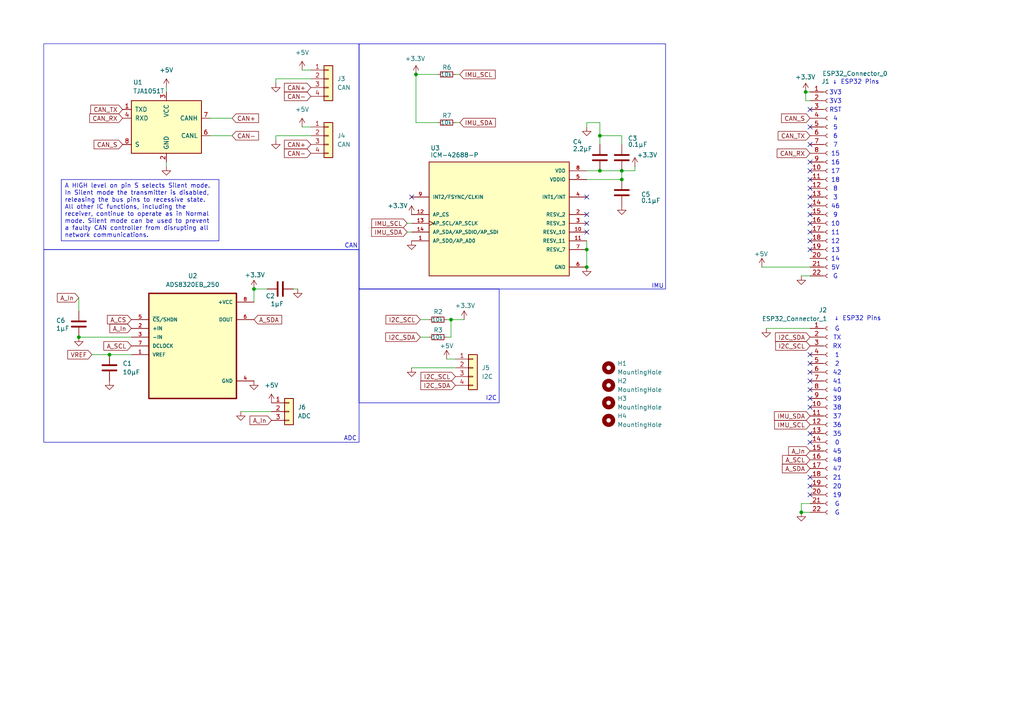
<source format=kicad_sch>
(kicad_sch (version 20231120) (generator "eeschema") (generator_version "8.0")
  (paper "A4")
  (title_block (title "SSS_HAT") (date "2024-10-24") (rev "1.0") (company "Dallas Formula Racing") (comment 1 "By: Will Everson"))
  (lib_symbols
    (symbol "+5V_1" (power) (pin_numbers hide) (pin_names (offset 0) hide)
      (property "Value" "+5V" (at 0 3.556 0))
      (symbol "+5V_1_0_1"
        (polyline (pts (xy -0.762 1.27) (xy 0 2.54)))
        (polyline (pts (xy 0 0) (xy 0 2.54)))
        (polyline (pts (xy 0 2.54) (xy 0.762 1.27)))
      )
      (symbol "+5V_1_1_1"
        (pin power_in line (at 0 0 90) (length 0) (name "~") (number "1"))
      )
    )
    (symbol "ADS8320EB:ADS8320EB_250" (pin_names (offset 1.016))
      (property "Reference" "U" (at -12.7 16.24 0))
      (property "Value" "ADS8320EB_250" (at -12.7 -19.24 0))
      (symbol "ADS8320EB_250_0_0"
        (rectangle (start -12.7 -15.24) (end 12.7 15.24) (stroke (width 0.41)) (fill (type background)))
        (pin input line (at -17.78 -2.54 0) (length 5.08) (name "VREF") (number "1"))
        (pin input line (at -17.78 5.08 0) (length 5.08) (name "+IN") (number "2"))
        (pin input line (at -17.78 2.54 0) (length 5.08) (name "-IN") (number "3"))
        (pin power_in line (at 17.78 -10.16 180) (length 5.08) (name "GND") (number "4"))
        (pin input line (at -17.78 7.62 0) (length 5.08) (name "~{CS}/SHDN") (number "5"))
        (pin output line (at 17.78 7.62 180) (length 5.08) (name "DOUT") (number "6"))
        (pin input line (at -17.78 0 0) (length 5.08) (name "DCLOCK") (number "7"))
        (pin power_in line (at 17.78 12.7 180) (length 5.08) (name "+VCC") (number "8"))
      )
    )
    (symbol "Connector:Conn_01x22_Socket" (pin_names (offset 1.016) hide)
      (property "Reference" "J" (at 0 27.94 0))
      (property "Value" "Conn_01x22_Socket" (at 0 -30.48 0))
      (symbol "Conn_01x22_Socket_1_1"
        (arc (start 0 -27.432) (mid -0.5058 -27.94) (end 0 -28.448) (stroke (width 0.1524)))
        (arc (start 0 -24.892) (mid -0.5058 -25.4) (end 0 -25.908) (stroke (width 0.1524)))
        (arc (start 0 -22.352) (mid -0.5058 -22.86) (end 0 -23.368) (stroke (width 0.1524)))
        (arc (start 0 -19.812) (mid -0.5058 -20.32) (end 0 -20.828) (stroke (width 0.1524)))
        (arc (start 0 -17.272) (mid -0.5058 -17.78) (end 0 -18.288) (stroke (width 0.1524)))
        (arc (start 0 -14.732) (mid -0.5058 -15.24) (end 0 -15.748) (stroke (width 0.1524)))
        (arc (start 0 -12.192) (mid -0.5058 -12.7) (end 0 -13.208) (stroke (width 0.1524)))
        (arc (start 0 -9.652) (mid -0.5058 -10.16) (end 0 -10.668) (stroke (width 0.1524)))
        (arc (start 0 -7.112) (mid -0.5058 -7.62) (end 0 -8.128) (stroke (width 0.1524)))
        (arc (start 0 -4.572) (mid -0.5058 -5.08) (end 0 -5.588) (stroke (width 0.1524)))
        (arc (start 0 -2.032) (mid -0.5058 -2.54) (end 0 -3.048) (stroke (width 0.1524)))
        (polyline (pts (xy -1.27 -27.94) (xy -0.508 -27.94)) (stroke (width 0.1524)))
        (polyline (pts (xy -1.27 -25.4) (xy -0.508 -25.4)) (stroke (width 0.1524)))
        (polyline (pts (xy -1.27 -22.86) (xy -0.508 -22.86)) (stroke (width 0.1524)))
        (polyline (pts (xy -1.27 -20.32) (xy -0.508 -20.32)) (stroke (width 0.1524)))
        (polyline (pts (xy -1.27 -17.78) (xy -0.508 -17.78)) (stroke (width 0.1524)))
        (polyline (pts (xy -1.27 -15.24) (xy -0.508 -15.24)) (stroke (width 0.1524)))
        (polyline (pts (xy -1.27 -12.7) (xy -0.508 -12.7)) (stroke (width 0.1524)))
        (polyline (pts (xy -1.27 -10.16) (xy -0.508 -10.16)) (stroke (width 0.1524)))
        (polyline (pts (xy -1.27 -7.62) (xy -0.508 -7.62)) (stroke (width 0.1524)))
        (polyline (pts (xy -1.27 -5.08) (xy -0.508 -5.08)) (stroke (width 0.1524)))
        (polyline (pts (xy -1.27 -2.54) (xy -0.508 -2.54)) (stroke (width 0.1524)))
        (polyline (pts (xy -1.27 0) (xy -0.508 0)) (stroke (width 0.1524)))
        (polyline (pts (xy -1.27 2.54) (xy -0.508 2.54)) (stroke (width 0.1524)))
        (polyline (pts (xy -1.27 5.08) (xy -0.508 5.08)) (stroke (width 0.1524)))
        (polyline (pts (xy -1.27 7.62) (xy -0.508 7.62)) (stroke (width 0.1524)))
        (polyline (pts (xy -1.27 10.16) (xy -0.508 10.16)) (stroke (width 0.1524)))
        (polyline (pts (xy -1.27 12.7) (xy -0.508 12.7)) (stroke (width 0.1524)))
        (polyline (pts (xy -1.27 15.24) (xy -0.508 15.24)) (stroke (width 0.1524)))
        (polyline (pts (xy -1.27 17.78) (xy -0.508 17.78)) (stroke (width 0.1524)))
        (polyline (pts (xy -1.27 20.32) (xy -0.508 20.32)) (stroke (width 0.1524)))
        (polyline (pts (xy -1.27 22.86) (xy -0.508 22.86)) (stroke (width 0.1524)))
        (polyline (pts (xy -1.27 25.4) (xy -0.508 25.4)) (stroke (width 0.1524)))
        (arc (start 0 0.508) (mid -0.5058 0) (end 0 -0.508) (stroke (width 0.1524)))
        (arc (start 0 3.048) (mid -0.5058 2.54) (end 0 2.032) (stroke (width 0.1524)))
        (arc (start 0 5.588) (mid -0.5058 5.08) (end 0 4.572) (stroke (width 0.1524)))
        (arc (start 0 8.128) (mid -0.5058 7.62) (end 0 7.112) (stroke (width 0.1524)))
        (arc (start 0 10.668) (mid -0.5058 10.16) (end 0 9.652) (stroke (width 0.1524)))
        (arc (start 0 13.208) (mid -0.5058 12.7) (end 0 12.192) (stroke (width 0.1524)))
        (arc (start 0 15.748) (mid -0.5058 15.24) (end 0 14.732) (stroke (width 0.1524)))
        (arc (start 0 18.288) (mid -0.5058 17.78) (end 0 17.272) (stroke (width 0.1524)))
        (arc (start 0 20.828) (mid -0.5058 20.32) (end 0 19.812) (stroke (width 0.1524)))
        (arc (start 0 23.368) (mid -0.5058 22.86) (end 0 22.352) (stroke (width 0.1524)))
        (arc (start 0 25.908) (mid -0.5058 25.4) (end 0 24.892) (stroke (width 0.1524)))
        (pin passive line (at -5.08 25.4 0) (length 3.81) (name "Pin_1") (number "1"))
        (pin passive line (at -5.08 2.54 0) (length 3.81) (name "Pin_10") (number "10"))
        (pin passive line (at -5.08 0 0) (length 3.81) (name "Pin_11") (number "11"))
        (pin passive line (at -5.08 -2.54 0) (length 3.81) (name "Pin_12") (number "12"))
        (pin passive line (at -5.08 -5.08 0) (length 3.81) (name "Pin_13") (number "13"))
        (pin passive line (at -5.08 -7.62 0) (length 3.81) (name "Pin_14") (number "14"))
        (pin passive line (at -5.08 -10.16 0) (length 3.81) (name "Pin_15") (number "15"))
        (pin passive line (at -5.08 -12.7 0) (length 3.81) (name "Pin_16") (number "16"))
        (pin passive line (at -5.08 -15.24 0) (length 3.81) (name "Pin_17") (number "17"))
        (pin passive line (at -5.08 -17.78 0) (length 3.81) (name "Pin_18") (number "18"))
        (pin passive line (at -5.08 -20.32 0) (length 3.81) (name "Pin_19") (number "19"))
        (pin passive line (at -5.08 22.86 0) (length 3.81) (name "Pin_2") (number "2"))
        (pin passive line (at -5.08 -22.86 0) (length 3.81) (name "Pin_20") (number "20"))
        (pin passive line (at -5.08 -25.4 0) (length 3.81) (name "Pin_21") (number "21"))
        (pin passive line (at -5.08 -27.94 0) (length 3.81) (name "Pin_22") (number "22"))
        (pin passive line (at -5.08 20.32 0) (length 3.81) (name "Pin_3") (number "3"))
        (pin passive line (at -5.08 17.78 0) (length 3.81) (name "Pin_4") (number "4"))
        (pin passive line (at -5.08 15.24 0) (length 3.81) (name "Pin_5") (number "5"))
        (pin passive line (at -5.08 12.7 0) (length 3.81) (name "Pin_6") (number "6"))
        (pin passive line (at -5.08 10.16 0) (length 3.81) (name "Pin_7") (number "7"))
        (pin passive line (at -5.08 7.62 0) (length 3.81) (name "Pin_8") (number "8"))
        (pin passive line (at -5.08 5.08 0) (length 3.81) (name "Pin_9") (number "9"))
      )
    )
    (symbol "Connector_Generic:Conn_01x03" (pin_names (offset 1.016) hide)
      (property "Reference" "J" (at 0 5.08 0))
      (property "Value" "Conn_01x03" (at 0 -5.08 0))
      (symbol "Conn_01x03_1_1"
        (rectangle (start -1.27 -2.413) (end 0 -2.667) (stroke (width 0.1524)))
        (rectangle (start -1.27 0.127) (end 0 -0.127) (stroke (width 0.1524)))
        (rectangle (start -1.27 2.667) (end 0 2.413) (stroke (width 0.1524)))
        (rectangle (start -1.27 3.81) (end 1.27 -3.81) (stroke (width 0.254)) (fill (type background)))
        (pin passive line (at -5.08 2.54 0) (length 3.81) (name "Pin_1") (number "1"))
        (pin passive line (at -5.08 0 0) (length 3.81) (name "Pin_2") (number "2"))
        (pin passive line (at -5.08 -2.54 0) (length 3.81) (name "Pin_3") (number "3"))
      )
    )
    (symbol "Connector_Generic:Conn_01x04" (pin_names (offset 1.016) hide)
      (property "Reference" "J" (at 0 5.08 0))
      (property "Value" "Conn_01x04" (at 0 -7.62 0))
      (symbol "Conn_01x04_1_1"
        (rectangle (start -1.27 -4.953) (end 0 -5.207) (stroke (width 0.1524)))
        (rectangle (start -1.27 -2.413) (end 0 -2.667) (stroke (width 0.1524)))
        (rectangle (start -1.27 0.127) (end 0 -0.127) (stroke (width 0.1524)))
        (rectangle (start -1.27 2.667) (end 0 2.413) (stroke (width 0.1524)))
        (rectangle (start -1.27 3.81) (end 1.27 -6.35) (stroke (width 0.254)) (fill (type background)))
        (pin passive line (at -5.08 2.54 0) (length 3.81) (name "Pin_1") (number "1"))
        (pin passive line (at -5.08 0 0) (length 3.81) (name "Pin_2") (number "2"))
        (pin passive line (at -5.08 -2.54 0) (length 3.81) (name "Pin_3") (number "3"))
        (pin passive line (at -5.08 -5.08 0) (length 3.81) (name "Pin_4") (number "4"))
      )
    )
    (symbol "Device:C" (pin_numbers hide) (pin_names (offset 0.254))
      (property "Reference" "C" (at 0.635 2.54 0))
      (property "Value" "C" (at 0.635 -2.54 0))
      (symbol "C_0_1"
        (polyline (pts (xy -2.032 -0.762) (xy 2.032 -0.762)) (stroke (width 0.508)))
        (polyline (pts (xy -2.032 0.762) (xy 2.032 0.762)) (stroke (width 0.508)))
      )
      (symbol "C_1_1"
        (pin passive line (at 0 3.81 270) (length 2.794) (name "~") (number "1"))
        (pin passive line (at 0 -3.81 90) (length 2.794) (name "~") (number "2"))
      )
    )
    (symbol "Device:R_Small" (pin_numbers hide) (pin_names (offset 0.254) hide)
      (property "Reference" "R" (at 0.762 0.508 0))
      (property "Value" "R_Small" (at 0.762 -1.016 0))
      (symbol "R_Small_0_1"
        (rectangle (start -0.762 1.778) (end 0.762 -1.778) (stroke (width 0.2032)))
      )
      (symbol "R_Small_1_1"
        (pin passive line (at 0 2.54 270) (length 0.762) (name "~") (number "1"))
        (pin passive line (at 0 -2.54 90) (length 0.762) (name "~") (number "2"))
      )
    )
    (symbol "ICM-42688-P:ICM-42688-P" (pin_names (offset 1.016))
      (property "Reference" "U" (at -20.32 16.002 0))
      (property "Value" "ICM-42688-P" (at -20.32 -20.32 0))
      (symbol "ICM-42688-P_0_0"
        (rectangle (start -20.32 -17.78) (end 20.32 15.24) (stroke (width 0.254)) (fill (type background)))
        (pin bidirectional line (at -25.4 -7.62 0) (length 5.08) (name "AP_SDO/AP_AD0") (number "1"))
        (pin passive line (at 25.4 -5.08 180) (length 5.08) (name "RESV_10") (number "10"))
        (pin passive line (at 25.4 -7.62 180) (length 5.08) (name "RESV_11") (number "11"))
        (pin input line (at -25.4 0 0) (length 5.08) (name "AP_CS") (number "12"))
        (pin input clock (at -25.4 -2.54 0) (length 5.08) (name "AP_SCL/AP_SCLK") (number "13"))
        (pin bidirectional line (at -25.4 -5.08 0) (length 5.08) (name "AP_SDA/AP_SDIO/AP_SDI") (number "14"))
        (pin passive line (at 25.4 0 180) (length 5.08) (name "RESV_2") (number "2"))
        (pin passive line (at 25.4 -2.54 180) (length 5.08) (name "RESV_3") (number "3"))
        (pin output line (at 25.4 5.08 180) (length 5.08) (name "INT1/INT") (number "4"))
        (pin power_in line (at 25.4 10.16 180) (length 5.08) (name "VDDIO") (number "5"))
        (pin power_in line (at 25.4 -15.24 180) (length 5.08) (name "GND") (number "6"))
        (pin passive line (at 25.4 -10.16 180) (length 5.08) (name "RESV_7") (number "7"))
        (pin power_in line (at 25.4 12.7 180) (length 5.08) (name "VDD") (number "8"))
        (pin bidirectional line (at -25.4 5.08 0) (length 5.08) (name "INT2/FSYNC/CLKIN") (number "9"))
      )
    )
    (symbol "Interface_CAN_LIN:TJA1051T" (pin_names (offset 1.016))
      (property "Reference" "U" (at -10.16 8.89 0))
      (property "Value" "TJA1051T" (at 1.27 8.89 0))
      (symbol "TJA1051T_0_1"
        (rectangle (start -10.16 7.62) (end 10.16 -7.62) (stroke (width 0.254)) (fill (type background)))
      )
      (symbol "TJA1051T_1_1"
        (pin input line (at -12.7 5.08 0) (length 2.54) (name "TXD") (number "1"))
        (pin power_in line (at 0 -10.16 90) (length 2.54) (name "GND") (number "2"))
        (pin power_in line (at 0 10.16 270) (length 2.54) (name "VCC") (number "3"))
        (pin output line (at -12.7 2.54 0) (length 2.54) (name "RXD") (number "4"))
        (pin no_connect line (at -10.16 -2.54 0) (length 2.54) hide (name "NC") (number "5"))
        (pin bidirectional line (at 12.7 -2.54 180) (length 2.54) (name "CANL") (number "6"))
        (pin bidirectional line (at 12.7 2.54 180) (length 2.54) (name "CANH") (number "7"))
        (pin input line (at -12.7 -5.08 0) (length 2.54) (name "S") (number "8"))
      )
    )
    (symbol "Mechanical:MountingHole" (pin_names (offset 1.016)) (exclude_from_sim yes) (in_bom no)
      (property "Reference" "H" (at 0 5.08 0))
      (property "Value" "MountingHole" (at 0 3.175 0))
      (symbol "MountingHole_0_1"
        (circle (center 0 0) (radius 1.27) (stroke (width 1.27)))
      )
    )
    (symbol "power:+3.3V" (power) (pin_numbers hide) (pin_names (offset 0) hide)
      (property "Value" "+3.3V" (at 0 3.556 0))
      (symbol "+3.3V_0_1"
        (polyline (pts (xy -0.762 1.27) (xy 0 2.54)))
        (polyline (pts (xy 0 0) (xy 0 2.54)))
        (polyline (pts (xy 0 2.54) (xy 0.762 1.27)))
      )
      (symbol "+3.3V_1_1"
        (pin power_in line (at 0 0 90) (length 0) (name "~") (number "1"))
      )
    )
    (symbol "power:+5V" (power) (pin_names (offset 0))
      (property "Value" "+5V" (at 0 3.556 0))
      (symbol "+5V_0_1"
        (polyline (pts (xy -0.762 1.27) (xy 0 2.54)))
        (polyline (pts (xy 0 0) (xy 0 2.54)))
        (polyline (pts (xy 0 2.54) (xy 0.762 1.27)))
      )
      (symbol "+5V_1_1"
        (pin power_in line (at 0 0 90) (length 0) hide (name "+5V") (number "1"))
      )
    )
    (symbol "power:GND" (power) (pin_names (offset 0))
      (property "Value" "GND" (at 0 -3.81 0))
      (symbol "GND_0_1"
        (polyline (pts (xy 0 0) (xy 0 -1.27) (xy 1.27 -1.27) (xy 0 -2.54) (xy -1.27 -1.27) (xy 0 -1.27)))
      )
      (symbol "GND_1_1"
        (pin power_in line (at 0 0 270) (length 0) hide (name "GND") (number "1"))
      )
    )
  )
  (junction (at 170.18 72.39))
  (junction (at 73.66 83.82))
  (junction (at 173.99 39.37))
  (junction (at 233.68 26.67))
  (junction (at 173.99 49.53))
  (junction (at 170.18 77.47))
  (junction (at 22.86 97.79))
  (junction (at 232.41 148.59))
  (junction (at 180.34 52.07))
  (junction (at 180.34 49.53))
  (junction (at 31.75 102.87))
  (junction (at 120.65 21.59))
  (junction (at 130.81 92.71))
  (no_connect (at 234.95 67.31))
  (no_connect (at 234.95 41.91))
  (no_connect (at 234.95 140.97))
  (no_connect (at 234.95 125.73))
  (no_connect (at 234.95 52.07))
  (no_connect (at 234.95 107.95))
  (no_connect (at 234.95 138.43))
  (no_connect (at 234.95 72.39))
  (no_connect (at 234.95 36.83))
  (no_connect (at 170.18 62.23))
  (no_connect (at 234.95 31.75))
  (no_connect (at 234.95 113.03))
  (no_connect (at 234.95 105.41))
  (no_connect (at 170.18 64.77))
  (no_connect (at 234.95 69.85))
  (no_connect (at 234.95 49.53))
  (no_connect (at 234.95 54.61))
  (no_connect (at 234.95 57.15))
  (no_connect (at 234.95 64.77))
  (no_connect (at 234.95 62.23))
  (no_connect (at 119.38 57.15))
  (no_connect (at 234.95 110.49))
  (no_connect (at 170.18 67.31))
  (no_connect (at 170.18 57.15))
  (no_connect (at 234.95 46.99))
  (no_connect (at 234.95 128.27))
  (no_connect (at 234.95 59.69))
  (no_connect (at 234.95 118.11))
  (no_connect (at 234.95 143.51))
  (no_connect (at 234.95 115.57))
  (no_connect (at 234.95 102.87))
  (wire (pts (xy 173.99 39.37) (xy 180.34 39.37)))
  (wire (pts (xy 129.54 97.79) (xy 130.81 97.79)))
  (wire (pts (xy 80.01 39.37) (xy 80.01 40.64)))
  (wire (pts (xy 118.11 67.31) (xy 119.38 67.31)))
  (wire (pts (xy 180.34 49.53) (xy 173.99 49.53)))
  (wire (pts (xy 22.86 86.36) (xy 22.86 90.17)))
  (wire (pts (xy 120.65 21.59) (xy 127 21.59)))
  (wire (pts (xy 73.66 83.82) (xy 77.47 83.82)))
  (wire (pts (xy 121.92 92.71) (xy 124.46 92.71)))
  (wire (pts (xy 180.34 49.53) (xy 184.15 49.53)))
  (wire (pts (xy 234.95 146.05) (xy 232.41 146.05)))
  (wire (pts (xy 232.41 146.05) (xy 232.41 148.59)))
  (wire (pts (xy 130.81 92.71) (xy 134.62 92.71)))
  (wire (pts (xy 73.66 83.82) (xy 73.66 87.63)))
  (wire (pts (xy 60.96 34.29) (xy 67.31 34.29)))
  (wire (pts (xy 80.01 22.86) (xy 80.01 24.13)))
  (wire (pts (xy 26.67 102.87) (xy 31.75 102.87)))
  (wire (pts (xy 120.65 21.59) (xy 120.65 35.56)))
  (wire (pts (xy 232.41 148.59) (xy 234.95 148.59)))
  (wire (pts (xy 48.26 48.26) (xy 48.26 46.99)))
  (wire (pts (xy 130.81 97.79) (xy 130.81 92.71)))
  (wire (pts (xy 173.99 41.91) (xy 173.99 39.37)))
  (wire (pts (xy 118.11 64.77) (xy 119.38 64.77)))
  (wire (pts (xy 222.25 95.25) (xy 234.95 95.25)))
  (wire (pts (xy 170.18 52.07) (xy 180.34 52.07)))
  (wire (pts (xy 87.63 36.83) (xy 90.17 36.83)))
  (wire (pts (xy 120.65 35.56) (xy 127 35.56)))
  (wire (pts (xy 170.18 35.56) (xy 170.18 36.83)))
  (wire (pts (xy 184.15 48.26) (xy 184.15 49.53)))
  (wire (pts (xy 48.26 25.4) (xy 48.26 26.67)))
  (wire (pts (xy 173.99 35.56) (xy 170.18 35.56)))
  (wire (pts (xy 180.34 49.53) (xy 180.34 52.07)))
  (wire (pts (xy 233.68 29.21) (xy 233.68 26.67)))
  (wire (pts (xy 129.54 92.71) (xy 130.81 92.71)))
  (wire (pts (xy 129.54 104.14) (xy 132.08 104.14)))
  (wire (pts (xy 69.85 119.38) (xy 78.74 119.38)))
  (wire (pts (xy 170.18 72.39) (xy 170.18 77.47)))
  (wire (pts (xy 22.86 97.79) (xy 38.1 97.79)))
  (wire (pts (xy 220.98 77.47) (xy 234.95 77.47)))
  (wire (pts (xy 121.92 97.79) (xy 124.46 97.79)))
  (wire (pts (xy 133.35 35.56) (xy 132.08 35.56)))
  (wire (pts (xy 86.36 83.82) (xy 85.09 83.82)))
  (wire (pts (xy 90.17 22.86) (xy 80.01 22.86)))
  (wire (pts (xy 31.75 102.87) (xy 38.1 102.87)))
  (wire (pts (xy 87.63 20.32) (xy 90.17 20.32)))
  (wire (pts (xy 173.99 39.37) (xy 173.99 35.56)))
  (wire (pts (xy 232.41 80.01) (xy 234.95 80.01)))
  (wire (pts (xy 60.96 39.37) (xy 67.31 39.37)))
  (wire (pts (xy 173.99 49.53) (xy 170.18 49.53)))
  (wire (pts (xy 234.95 29.21) (xy 233.68 29.21)))
  (wire (pts (xy 133.35 21.59) (xy 132.08 21.59)))
  (wire (pts (xy 233.68 26.67) (xy 234.95 26.67)))
  (wire (pts (xy 119.38 106.68) (xy 132.08 106.68)))
  (wire (pts (xy 90.17 39.37) (xy 80.01 39.37)))
  (wire (pts (xy 180.34 39.37) (xy 180.34 41.91)))
  (wire (pts (xy 170.18 69.85) (xy 170.18 72.39)))
  (rectangle (start 12.7 72.39) (end 104.14 128.27))
  (rectangle (start 104.14 83.82) (end 144.78 116.84))
  (rectangle (start 12.7 12.7) (end 104.14 72.39) (stroke (width 0.127)))
  (rectangle (start 104.14 12.7) (end 193.04 83.82))
  (text_box "A HIGH level on pin S selects Silent mode. In Silent mode the transmitter is disabled, releasing the bus pins to recessive state. All other IC functions, including the receiver, continue to operate as in Normal mode. Silent mode can be used to prevent a faulty CAN controller from disrupting all network communications." (at 17.78 52.07 0) (size 45.72 17.78) (effects (font (size 1.27 1.27)) (justify left top)))
  (text "47" (at 242.824 136.144 0) (effects (font (size 1.27 1.27))))
  (text "45" (at 242.824 131.064 0) (effects (font (size 1.27 1.27))))
  (text "1" (at 242.824 103.124 0) (effects (font (size 1.27 1.27))))
  (text "35" (at 242.824 125.984 0) (effects (font (size 1.27 1.27))))
  (text "37" (at 242.824 120.904 0) (effects (font (size 1.27 1.27))))
  (text "42" (at 242.824 108.204 0) (effects (font (size 1.27 1.27))))
  (text "↓ ESP32 Pins\n" (at 248.158 23.876 0) (effects (font (size 1.27 1.27))))
  (text "7" (at 242.316 42.164 0) (effects (font (size 1.27 1.27))))
  (text "3V3" (at 242.316 26.924 0) (effects (font (size 1.27 1.27))))
  (text "48" (at 242.824 133.604 0) (effects (font (size 1.27 1.27))))
  (text "38" (at 242.824 118.364 0) (effects (font (size 1.27 1.27))))
  (text "3" (at 242.316 57.404 0) (effects (font (size 1.27 1.27))))
  (text "20" (at 242.824 141.224 0) (effects (font (size 1.27 1.27))))
  (text "36" (at 242.824 123.444 0) (effects (font (size 1.27 1.27))))
  (text "G" (at 242.824 146.304 0) (effects (font (size 1.27 1.27))))
  (text "14" (at 242.316 75.184 0) (effects (font (size 1.27 1.27))))
  (text "TX" (at 242.824 98.044 0) (effects (font (size 1.27 1.27))))
  (text "RX" (at 242.824 100.584 0) (effects (font (size 1.27 1.27))))
  (text "G\n" (at 242.824 95.504 0) (effects (font (size 1.27 1.27))))
  (text "18" (at 242.316 52.324 0) (effects (font (size 1.27 1.27))))
  (text "16" (at 242.316 47.244 0) (effects (font (size 1.27 1.27))))
  (text "↓ ESP32 Pins\n" (at 248.666 92.456 0) (effects (font (size 1.27 1.27))))
  (text "41" (at 242.824 110.744 0) (effects (font (size 1.27 1.27))))
  (text "5" (at 242.316 37.084 0) (effects (font (size 1.27 1.27))))
  (text "3V3" (at 242.316 29.464 0) (effects (font (size 1.27 1.27))))
  (text "39" (at 242.824 115.824 0) (effects (font (size 1.27 1.27))))
  (text "5V" (at 242.316 77.724 0) (effects (font (size 1.27 1.27))))
  (text "10" (at 242.316 65.024 0) (effects (font (size 1.27 1.27))))
  (text "0" (at 242.824 128.524 0) (effects (font (size 1.27 1.27))))
  (text "ADC" (at 101.6 127.254 0) (effects (font (size 1.27 1.27))))
  (text "I2C" (at 142.494 115.57 0) (effects (font (size 1.27 1.27))))
  (text "8" (at 242.316 54.864 0) (effects (font (size 1.27 1.27))))
  (text "CAN" (at 101.854 71.374 0) (effects (font (size 1.27 1.27))))
  (text "9" (at 242.316 62.484 0) (effects (font (size 1.27 1.27))))
  (text "15" (at 242.316 44.704 0) (effects (font (size 1.27 1.27))))
  (text "19" (at 242.824 143.764 0) (effects (font (size 1.27 1.27))))
  (text "11" (at 242.316 67.564 0) (effects (font (size 1.27 1.27))))
  (text "2" (at 242.824 105.664 0) (effects (font (size 1.27 1.27))))
  (text "17" (at 242.316 49.784 0) (effects (font (size 1.27 1.27))))
  (text "21" (at 242.824 138.684 0) (effects (font (size 1.27 1.27))))
  (text "40" (at 242.824 113.284 0) (effects (font (size 1.27 1.27))))
  (text "G" (at 242.824 148.844 0) (effects (font (size 1.27 1.27))))
  (text "6" (at 242.316 39.624 0) (effects (font (size 1.27 1.27))))
  (text "4" (at 242.316 34.544 0) (effects (font (size 1.27 1.27))))
  (text "12" (at 242.316 70.104 0) (effects (font (size 1.27 1.27))))
  (text "13" (at 242.316 72.644 0) (effects (font (size 1.27 1.27))))
  (text "IMU" (at 190.754 83.058 0) (effects (font (size 1.27 1.27))))
  (text "46" (at 242.316 59.944 0) (effects (font (size 1.27 1.27))))
  (text "RST" (at 242.316 32.004 0) (effects (font (size 1.27 1.27))))
  (text "G" (at 242.316 80.264 0) (effects (font (size 1.27 1.27))))
  (global_label "IMU_SDA" (shape input) (at 118.11 67.31 180) (property "Intersheetrefs" "${INTERSHEET_REFS}" (effects (hide yes))))
  (global_label "CAN-" (shape input) (at 90.17 27.94 180) (property "Intersheetrefs" "${INTERSHEET_REFS}" (effects (hide yes))))
  (global_label "I2C_SCL" (shape input) (at 121.92 92.71 180) (property "Intersheetrefs" "${INTERSHEET_REFS}" (effects (hide yes))))
  (global_label "IMU_SCL" (shape input) (at 133.35 21.59 0) (property "Intersheetrefs" "${INTERSHEET_REFS}" (effects (hide yes))))
  (global_label "A_In" (shape input) (at 22.86 86.36 180) (property "Intersheetrefs" "${INTERSHEET_REFS}" (effects (hide yes))))
  (global_label "CAN+" (shape input) (at 90.17 41.91 180) (property "Intersheetrefs" "${INTERSHEET_REFS}" (effects (hide yes))))
  (global_label "A_In" (shape input) (at 78.74 121.92 180) (property "Intersheetrefs" "${INTERSHEET_REFS}" (effects (hide yes))))
  (global_label "A_SCL" (shape input) (at 38.1 100.33 180) (property "Intersheetrefs" "${INTERSHEET_REFS}" (effects (hide yes))))
  (global_label "A_SDA" (shape input) (at 234.95 135.89 180) (property "Intersheetrefs" "${INTERSHEET_REFS}" (effects (hide yes))))
  (global_label "A_In" (shape input) (at 234.95 130.81 180) (property "Intersheetrefs" "${INTERSHEET_REFS}" (effects (hide yes))))
  (global_label "IMU_SDA" (shape input) (at 133.35 35.56 0) (property "Intersheetrefs" "${INTERSHEET_REFS}" (effects (hide yes))))
  (global_label "I2C_SDA" (shape input) (at 132.08 111.76 180) (property "Intersheetrefs" "${INTERSHEET_REFS}" (effects (hide yes))))
  (global_label "CAN_S" (shape input) (at 234.95 34.29 180) (property "Intersheetrefs" "${INTERSHEET_REFS}" (effects (hide yes))))
  (global_label "A_CS" (shape input) (at 38.1 92.71 180) (property "Intersheetrefs" "${INTERSHEET_REFS}" (effects (hide yes))))
  (global_label "A_In" (shape input) (at 38.1 95.25 180) (property "Intersheetrefs" "${INTERSHEET_REFS}" (effects (hide yes))))
  (global_label "CAN_RX" (shape input) (at 35.56 34.29 180) (property "Intersheetrefs" "${INTERSHEET_REFS}" (effects (hide yes))))
  (global_label "CAN-" (shape input) (at 90.17 44.45 180) (property "Intersheetrefs" "${INTERSHEET_REFS}" (effects (hide yes))))
  (global_label "CAN-" (shape input) (at 67.31 39.37 0) (property "Intersheetrefs" "${INTERSHEET_REFS}" (effects (hide yes))))
  (global_label "IMU_SDA" (shape input) (at 234.95 120.65 180) (property "Intersheetrefs" "${INTERSHEET_REFS}" (effects (hide yes))))
  (global_label "IMU_SCL" (shape input) (at 118.11 64.77 180) (property "Intersheetrefs" "${INTERSHEET_REFS}" (effects (hide yes))))
  (global_label "CAN_S" (shape input) (at 35.56 41.91 180) (property "Intersheetrefs" "${INTERSHEET_REFS}" (effects (hide yes))))
  (global_label "VREF" (shape input) (at 26.67 102.87 180) (property "Intersheetrefs" "${INTERSHEET_REFS}" (effects (hide yes))))
  (global_label "I2C_SDA" (shape input) (at 234.95 97.79 180) (property "Intersheetrefs" "${INTERSHEET_REFS}" (effects (hide yes))))
  (global_label "I2C_SCL" (shape input) (at 234.95 100.33 180) (property "Intersheetrefs" "${INTERSHEET_REFS}" (effects (hide yes))))
  (global_label "I2C_SCL" (shape input) (at 132.08 109.22 180) (property "Intersheetrefs" "${INTERSHEET_REFS}" (effects (hide yes))))
  (global_label "CAN_TX" (shape input) (at 35.56 31.75 180) (property "Intersheetrefs" "${INTERSHEET_REFS}" (effects (hide yes))))
  (global_label "CAN+" (shape input) (at 67.31 34.29 0) (property "Intersheetrefs" "${INTERSHEET_REFS}" (effects (hide yes))))
  (global_label "CAN_RX" (shape input) (at 234.95 44.45 180) (property "Intersheetrefs" "${INTERSHEET_REFS}" (effects (hide yes))))
  (global_label "IMU_SCL" (shape input) (at 234.95 123.19 180) (property "Intersheetrefs" "${INTERSHEET_REFS}" (effects (hide yes))))
  (global_label "I2C_SDA" (shape input) (at 121.92 97.79 180) (property "Intersheetrefs" "${INTERSHEET_REFS}" (effects (hide yes))))
  (global_label "CAN+" (shape input) (at 90.17 25.4 180) (property "Intersheetrefs" "${INTERSHEET_REFS}" (effects (hide yes))))
  (global_label "A_SCL" (shape input) (at 234.95 133.35 180) (property "Intersheetrefs" "${INTERSHEET_REFS}" (effects (hide yes))))
  (global_label "A_SDA" (shape input) (at 73.66 92.71 0) (property "Intersheetrefs" "${INTERSHEET_REFS}" (effects (hide yes))))
  (global_label "CAN_TX" (shape input) (at 234.95 39.37 180) (property "Intersheetrefs" "${INTERSHEET_REFS}" (effects (hide yes))))
  (symbol (lib_id "power:GND") (at 86.36 83.82 0) (unit 1)
    (property "Reference" "#PWR018" (effects (hide yes)))
    (property "Value" "GND" (effects (hide yes)))
  )
  (symbol (lib_id "power:GND") (at 232.41 148.59 0) (unit 1)
    (property "Reference" "#PWR013" (effects (hide yes)))
    (property "Value" "GND" (effects (hide yes)))
  )
  (symbol (lib_id "power:+3.3V") (at 73.66 83.82 0) (unit 1)
    (property "Reference" "#PWR015" (effects (hide yes)))
    (property "Value" "+3.3V" (at 73.914 79.756 0))
  )
  (symbol (lib_id "Connector:Conn_01x22_Socket") (at 240.03 52.07 0) (unit 1)
    (property "Reference" "J1" (at 238.252 23.622 0) (effects (justify left)))
    (property "Value" "ESP32_Connector_0" (at 238.506 21.336 0) (effects (justify left)))
    (property "Footprint" "Connector_PinSocket_1.27mm:PinSocket_1x22_P1.27mm_Vertical_SMD_Pin1Left" (effects (hide yes)))
    (property "Description" "Generic connector, single row, 01x22, script generated" (effects (hide yes)))
  )
  (symbol (lib_id "Connector_Generic:Conn_01x04") (at 137.16 106.68 0) (unit 1)
    (property "Reference" "J5" (at 139.7 106.6799 0) (effects (justify left)))
    (property "Value" "I2C" (at 139.7 109.2199 0) (effects (justify left)))
    (property "Footprint" "Connector_Molex:Molex_Nano-Fit_105313-xx04_1x04_P2.50mm_Horizontal" (effects (hide yes)))
    (property "Description" "Generic connector, single row, 01x04, script generated (kicad-library-utils/schlib/autogen/connector/)" (effects (hide yes)))
  )
  (symbol (lib_id "power:GND") (at 73.66 110.49 0) (unit 1)
    (property "Reference" "#PWR09" (effects (hide yes)))
    (property "Value" "GND" (effects (hide yes)))
  )
  (symbol (lib_id "Connector_Generic:Conn_01x04") (at 95.25 22.86 0) (unit 1)
    (property "Reference" "J3" (at 97.79 22.8599 0) (effects (justify left)))
    (property "Value" "CAN" (at 97.79 25.3999 0) (effects (justify left)))
    (property "Footprint" "Connector_Molex:Molex_Nano-Fit_105313-xx04_1x04_P2.50mm_Horizontal" (effects (hide yes)))
    (property "Description" "Generic connector, single row, 01x04, script generated (kicad-library-utils/schlib/autogen/connector/)" (effects (hide yes)))
  )
  (symbol (lib_id "Device:R_Small") (at 127 97.79 270) (unit 1)
    (property "Reference" "R3" (at 125.73 95.758 90) (effects (justify left)))
    (property "Value" "10k" (at 125.222 97.79 90) (effects (font (size 1.143 1.143)) (justify left)))
    (property "Footprint" "Resistor_SMD:R_0402_1005Metric_Pad0.72x0.64mm_HandSolder" (effects (hide yes)))
    (property "JLCpart#" "C2906988" (effects (hide yes)))
  )
  (symbol (lib_id "Connector_Generic:Conn_01x04") (at 95.25 39.37 0) (unit 1)
    (property "Reference" "J4" (at 97.79 39.3699 0) (effects (justify left)))
    (property "Value" "CAN" (at 97.79 41.9099 0) (effects (justify left)))
    (property "Footprint" "Connector_Molex:Molex_Nano-Fit_105313-xx04_1x04_P2.50mm_Horizontal" (effects (hide yes)))
    (property "Description" "Generic connector, single row, 01x04, script generated (kicad-library-utils/schlib/autogen/connector/)" (effects (hide yes)))
  )
  (symbol (lib_id "power:GND") (at 22.86 97.79 0) (unit 1)
    (property "Reference" "#PWR019" (effects (hide yes)))
    (property "Value" "GND" (effects (hide yes)))
  )
  (symbol (lib_id "power:+5V") (at 78.74 116.84 0) (unit 1)
    (property "Reference" "#PWR021" (effects (hide yes)))
    (property "Value" "+5V" (at 78.74 111.76 0))
  )
  (symbol (lib_id "power:+5V") (at 87.63 20.32 0) (unit 1)
    (property "Reference" "#PWR05" (effects (hide yes)))
    (property "Value" "+5V" (at 87.63 15.24 0))
  )
  (symbol (lib_id "Mechanical:MountingHole") (at 176.53 116.84 0) (unit 1) (exclude_from_sim yes) (in_bom no)
    (property "Reference" "H3" (at 179.07 115.5699 0) (effects (justify left)))
    (property "Value" "MountingHole" (at 179.07 118.1099 0) (effects (justify left)))
    (property "Footprint" "MountingHole:MountingHole_2.7mm_M2.5" (effects (hide yes)))
    (property "Description" "Mounting Hole without connection" (effects (hide yes)))
  )
  (symbol (lib_id "power:GND") (at 80.01 24.13 0) (unit 1)
    (property "Reference" "#PWR04" (effects (hide yes)))
    (property "Value" "GND" (effects (hide yes)))
  )
  (symbol (lib_id "power:+5V") (at 48.26 25.4 0) (unit 1)
    (property "Reference" "#PWR02" (effects (hide yes)))
    (property "Value" "+5V" (at 48.26 20.32 0))
  )
  (symbol (lib_id "power:+3.3V") (at 184.15 48.26 0) (unit 1)
    (property "Reference" "#PWR028" (effects (hide yes)))
    (property "Value" "+3.3V" (at 187.706 44.958 0))
    (property "Description" "Power symbol creates a global label with name \"+3.3V\"" (effects (hide yes)))
  )
  (symbol (lib_id "power:GND") (at 69.85 119.38 0) (unit 1)
    (property "Reference" "#PWR020" (effects (hide yes)))
    (property "Value" "GND" (effects (hide yes)))
  )
  (symbol (lib_id "power:GND") (at 80.01 40.64 0) (unit 1)
    (property "Reference" "#PWR06" (effects (hide yes)))
    (property "Value" "GND" (effects (hide yes)))
  )
  (symbol (lib_id "power:+3.3V") (at 119.38 62.23 0) (unit 1)
    (property "Reference" "#PWR025" (effects (hide yes)))
    (property "Value" "+3.3V" (at 115.316 59.69 0))
    (property "Description" "Power symbol creates a global label with name \"+3.3V\"" (effects (hide yes)))
  )
  (symbol (lib_id "ICM-42688-P:ICM-42688-P") (at 144.78 62.23 0) (unit 1)
    (property "Reference" "U3" (at 126.238 42.926 0))
    (property "Value" "ICM-42688-P" (at 131.826 44.958 0))
    (property "Footprint" "ICM-42688-P:PQFN50P300X250X97-14N" (effects (hide yes)))
    (property "MF" "TDK InvenSense" (effects (hide yes)))
    (property "MAXIMUM_PACKAGE_HEIGHT" "0.97mm" (effects (hide yes)))
    (property "Package" "LGA-14 TDK InvenSense" (effects (hide yes)))
    (property "Price" "None" (effects (hide yes)))
    (property "Check_prices" "https://www.snapeda.com/parts/ICM-42688-P/TDK+InvenSense/view-part/?ref=eda" (effects (hide yes)))
    (property "STANDARD" "IPC-7351B" (effects (hide yes)))
    (property "PARTREV" "1.2" (effects (hide yes)))
    (property "SnapEDA_Link" "https://www.snapeda.com/parts/ICM-42688-P/TDK+InvenSense/view-part/?ref=snap" (effects (hide yes)))
    (property "MP" "ICM-42688-P" (effects (hide yes)))
    (property "Description_1" "\nAccelerometer, Gyroscope, 6 Axis Sensor - Output\n" (effects (hide yes)))
    (property "Availability" "In Stock" (effects (hide yes)))
    (property "MANUFACTURER" "TDK InvenSense" (effects (hide yes)))
  )
  (symbol (lib_id "Device:C") (at 180.34 55.88 0) (unit 1)
    (property "Reference" "C5" (at 185.928 56.388 0) (effects (justify left)))
    (property "Value" "0.1μF" (at 185.928 58.166 0) (effects (justify left)))
    (property "Footprint" "Capacitor_SMD:C_0402_1005Metric_Pad0.74x0.62mm_HandSolder" (effects (hide yes)))
    (property "Description" "Unpolarized capacitor" (effects (hide yes)))
  )
  (symbol (lib_id "Device:C") (at 173.99 45.72 0) (unit 1)
    (property "Reference" "C4" (at 166.116 41.148 0) (effects (justify left)))
    (property "Value" "2.2μF" (at 166.116 43.18 0) (effects (justify left)))
    (property "Footprint" "Capacitor_SMD:C_0402_1005Metric_Pad0.74x0.62mm_HandSolder" (effects (hide yes)))
    (property "Description" "Unpolarized capacitor" (effects (hide yes)))
  )
  (symbol (lib_id "power:GND") (at 48.26 48.26 0) (unit 1)
    (property "Reference" "#PWR03" (effects (hide yes)))
    (property "Value" "GND" (effects (hide yes)))
  )
  (symbol (lib_id "Mechanical:MountingHole") (at 176.53 106.68 0) (unit 1) (exclude_from_sim yes) (in_bom no)
    (property "Reference" "H1" (at 179.07 105.4099 0) (effects (justify left)))
    (property "Value" "MountingHole" (at 179.07 107.9499 0) (effects (justify left)))
    (property "Footprint" "MountingHole:MountingHole_2.7mm_M2.5" (effects (hide yes)))
    (property "Description" "Mounting Hole without connection" (effects (hide yes)))
  )
  (symbol (lib_id "Mechanical:MountingHole") (at 176.53 111.76 0) (unit 1) (exclude_from_sim yes) (in_bom no)
    (property "Reference" "H2" (at 179.07 110.4899 0) (effects (justify left)))
    (property "Value" "MountingHole" (at 179.07 113.0299 0) (effects (justify left)))
    (property "Footprint" "MountingHole:MountingHole_2.7mm_M2.5" (effects (hide yes)))
    (property "Description" "Mounting Hole without connection" (effects (hide yes)))
  )
  (symbol (lib_id "power:+5V") (at 87.63 36.83 0) (unit 1)
    (property "Reference" "#PWR07" (effects (hide yes)))
    (property "Value" "+5V" (at 87.63 31.75 0))
  )
  (symbol (lib_id "power:GND") (at 222.25 95.25 0) (unit 1)
    (property "Reference" "#PWR012" (effects (hide yes)))
    (property "Value" "GND" (effects (hide yes)))
  )
  (symbol (lib_id "Device:R_Small") (at 129.54 35.56 270) (unit 1)
    (property "Reference" "R7" (at 128.27 33.528 90) (effects (justify left)))
    (property "Value" "10k" (at 127.762 35.56 90) (effects (font (size 1.143 1.143)) (justify left)))
    (property "Footprint" "Resistor_SMD:R_0402_1005Metric_Pad0.72x0.64mm_HandSolder" (effects (hide yes)))
    (property "JLCpart#" "C2906988" (effects (hide yes)))
  )
  (symbol (lib_id "Device:C") (at 31.75 106.68 0) (unit 1)
    (property "Reference" "C1" (at 35.56 105.4099 0) (effects (justify left)))
    (property "Value" "10μF" (at 35.56 107.9499 0) (effects (justify left)))
    (property "Description" "Unpolarized capacitor" (effects (hide yes)))
  )
  (symbol (lib_id "power:+3.3V") (at 134.62 92.71 0) (unit 1)
    (property "Reference" "#PWR016" (effects (hide yes)))
    (property "Value" "+3.3V" (at 134.874 88.646 0))
  )
  (symbol (lib_id "Device:C") (at 180.34 45.72 0) (unit 1)
    (property "Reference" "C3" (at 182.118 40.132 0) (effects (justify left)))
    (property "Value" "0.1μF" (at 182.118 41.91 0) (effects (justify left)))
    (property "Footprint" "Capacitor_SMD:C_0402_1005Metric_Pad0.74x0.62mm_HandSolder" (effects (hide yes)))
    (property "Description" "Unpolarized capacitor" (effects (hide yes)))
  )
  (symbol (lib_id "Connector:Conn_01x22_Socket") (at 240.03 120.65 0) (unit 1)
    (property "Reference" "J2" (at 237.49 89.916 0) (effects (justify left)))
    (property "Value" "ESP32_Connector_1" (at 220.98 92.456 0) (effects (justify left)))
    (property "Footprint" "Connector_PinSocket_1.27mm:PinSocket_1x22_P1.27mm_Vertical_SMD_Pin1Right" (effects (hide yes)))
    (property "Description" "Generic connector, single row, 01x22, script generated" (effects (hide yes)))
  )
  (symbol (lib_id "power:GND") (at 31.75 110.49 0) (unit 1)
    (property "Reference" "#PWR017" (effects (hide yes)))
    (property "Value" "GND" (effects (hide yes)))
  )
  (symbol (lib_id "Interface_CAN_LIN:TJA1051T") (at 48.26 36.83 0) (unit 1)
    (property "Reference" "U1" (at 38.608 23.876 0) (effects (justify left)))
    (property "Value" "TJA1051T" (at 38.608 26.416 0) (effects (justify left)))
    (property "Footprint" "Package_SO:SOIC-8_3.9x4.9mm_P1.27mm" (effects (hide yes)))
    (property "Datasheet" "http://www.nxp.com/docs/en/data-sheet/TJA1051.pdf" (effects (hide yes)))
    (property "JLCpart#" "C38695" (effects (hide yes)))
  )
  (symbol (lib_id "Mechanical:MountingHole") (at 176.53 121.92 0) (unit 1) (exclude_from_sim yes) (in_bom no)
    (property "Reference" "H4" (at 179.07 120.6499 0) (effects (justify left)))
    (property "Value" "MountingHole" (at 179.07 123.1899 0) (effects (justify left)))
    (property "Footprint" "MountingHole:MountingHole_2.7mm_M2.5" (effects (hide yes)))
    (property "Description" "Mounting Hole without connection" (effects (hide yes)))
  )
  (symbol (lib_id "power:GND") (at 119.38 106.68 0) (unit 1)
    (property "Reference" "#PWR08" (effects (hide yes)))
    (property "Value" "GND" (effects (hide yes)))
  )
  (symbol (lib_id "Device:R_Small") (at 127 92.71 270) (unit 1)
    (property "Reference" "R2" (at 125.73 90.424 90) (effects (justify left)))
    (property "Value" "10k" (at 125.222 92.71 90) (effects (font (size 1.143 1.143)) (justify left)))
    (property "Footprint" "Resistor_SMD:R_0402_1005Metric_Pad0.72x0.64mm_HandSolder" (effects (hide yes)))
    (property "JLCpart#" "C2906988" (effects (hide yes)))
  )
  (symbol (lib_id "power:+3.3V") (at 120.65 21.59 0) (unit 1)
    (property "Reference" "#PWR033" (effects (hide yes)))
    (property "Value" "+3.3V" (at 120.396 17.018 0))
    (property "Description" "Power symbol creates a global label with name \"+3.3V\"" (effects (hide yes)))
  )
  (symbol (lib_id "power:GND") (at 119.38 69.85 0) (unit 1)
    (property "Reference" "#PWR026" (effects (hide yes)))
    (property "Value" "GND" (effects (hide yes)))
  )
  (symbol (lib_name "+5V_1") (lib_id "power:+5V") (at 220.98 77.47 0) (unit 1)
    (property "Reference" "#PWR010" (effects (hide yes)))
    (property "Value" "+5V" (at 218.694 73.66 0) (effects (justify left)))
    (property "Description" "Power symbol creates a global label with name \"+5V\"" (effects (hide yes)))
  )
  (symbol (lib_id "power:GND") (at 170.18 36.83 0) (unit 1)
    (property "Reference" "#PWR030" (effects (hide yes)))
    (property "Value" "GND" (effects (hide yes)))
  )
  (symbol (lib_id "power:GND") (at 180.34 59.69 0) (unit 1)
    (property "Reference" "#PWR029" (effects (hide yes)))
    (property "Value" "GND" (effects (hide yes)))
  )
  (symbol (lib_id "power:+3.3V") (at 233.68 26.67 0) (unit 1)
    (property "Reference" "#PWR01" (effects (hide yes)))
    (property "Value" "+3.3V" (at 230.632 22.352 0) (effects (justify left)))
    (property "Description" "Power symbol creates a global label with name \"+3.3V\"" (effects (hide yes)))
  )
  (symbol (lib_id "ADS8320EB:ADS8320EB_250") (at 55.88 100.33 0) (unit 1)
    (property "Reference" "U2" (at 55.88 80.01 0))
    (property "Value" "ADS8320EB_250" (at 55.88 82.55 0))
    (property "Footprint" "ADS8320EB_250:SOP65P490X110-8N" (effects (hide yes)))
    (property "MF" "Texas Instruments" (effects (hide yes)))
    (property "Description_1" "\n                        \n                            16-Bit, High-Speed, 2.7V-to-5V Micropower Sampling Analog-to-Digital Converter (ADC)\n                        \n" (effects (hide yes)))
    (property "Package" "VSSOP-8 Texas Instruments" (effects (hide yes)))
    (property "Price" "None" (effects (hide yes)))
    (property "SnapEDA_Link" "https://www.snapeda.com/parts/ADS8320EB/250/Texas+Instruments/view-part/?ref=snap" (effects (hide yes)))
    (property "MP" "ADS8320EB/250" (effects (hide yes)))
    (property "Availability" "In Stock" (effects (hide yes)))
    (property "Check_prices" "https://www.snapeda.com/parts/ADS8320EB/250/Texas+Instruments/view-part/?ref=eda" (effects (hide yes)))
  )
  (symbol (lib_id "power:GND") (at 170.18 77.47 0) (unit 1)
    (property "Reference" "#PWR027" (effects (hide yes)))
    (property "Value" "GND" (effects (hide yes)))
  )
  (symbol (lib_id "power:+5V") (at 129.54 104.14 0) (unit 1)
    (property "Reference" "#PWR014" (effects (hide yes)))
    (property "Value" "+5V" (at 129.54 100.33 0))
  )
  (symbol (lib_id "power:GND") (at 232.41 80.01 0) (unit 1)
    (property "Reference" "#PWR011" (effects (hide yes)))
    (property "Value" "GND" (effects (hide yes)))
  )
  (symbol (lib_id "Device:C") (at 81.28 83.82 90) (unit 1)
    (property "Reference" "C2" (at 79.756 85.852 90) (effects (justify left)))
    (property "Value" "1μF" (at 82.296 88.138 90) (effects (justify left)))
    (property "Description" "Unpolarized capacitor" (effects (hide yes)))
  )
  (symbol (lib_id "Device:C") (at 22.86 93.98 0) (unit 1)
    (property "Reference" "C6" (at 16.256 92.964 0) (effects (justify left)))
    (property "Value" "1μF" (at 16.256 95.25 0) (effects (justify left)))
    (property "Description" "Unpolarized capacitor" (effects (hide yes)))
  )
  (symbol (lib_id "Device:R_Small") (at 129.54 21.59 270) (unit 1)
    (property "Reference" "R6" (at 128.27 19.558 90) (effects (justify left)))
    (property "Value" "10k" (at 127.762 21.59 90) (effects (font (size 1.143 1.143)) (justify left)))
    (property "Footprint" "Resistor_SMD:R_0402_1005Metric_Pad0.72x0.64mm_HandSolder" (effects (hide yes)))
    (property "JLCpart#" "C2906988" (effects (hide yes)))
  )
  (symbol (lib_id "Connector_Generic:Conn_01x03") (at 83.82 119.38 0) (unit 1)
    (property "Reference" "J6" (at 86.36 118.1099 0) (effects (justify left)))
    (property "Value" "ADC" (at 86.36 120.6499 0) (effects (justify left)))
    (property "Description" "Generic connector, single row, 01x03, script generated (kicad-library-utils/schlib/autogen/connector/)" (effects (hide yes)))
  )
)
</source>
